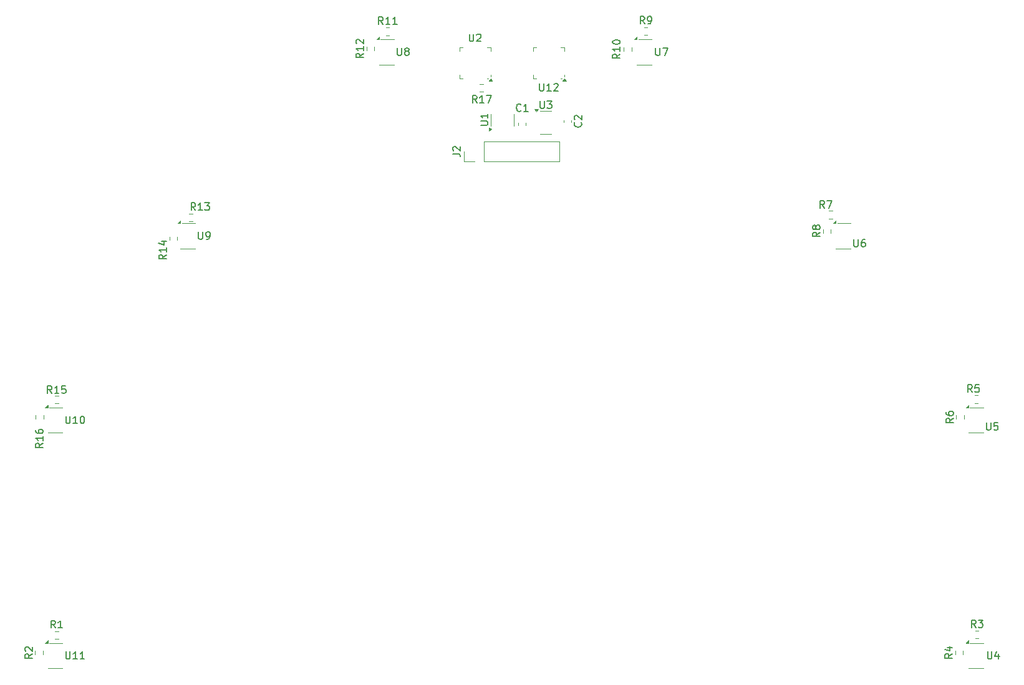
<source format=gbr>
%TF.GenerationSoftware,KiCad,Pcbnew,9.0.1*%
%TF.CreationDate,2025-05-06T09:20:45+02:00*%
%TF.ProjectId,lijnsensor V2 met IO_expander,6c696a6e-7365-46e7-936f-72205632206d,rev?*%
%TF.SameCoordinates,Original*%
%TF.FileFunction,Legend,Top*%
%TF.FilePolarity,Positive*%
%FSLAX46Y46*%
G04 Gerber Fmt 4.6, Leading zero omitted, Abs format (unit mm)*
G04 Created by KiCad (PCBNEW 9.0.1) date 2025-05-06 09:20:45*
%MOMM*%
%LPD*%
G01*
G04 APERTURE LIST*
%ADD10C,0.150000*%
%ADD11C,0.120000*%
G04 APERTURE END LIST*
D10*
X54354819Y-111142857D02*
X53878628Y-111476190D01*
X54354819Y-111714285D02*
X53354819Y-111714285D01*
X53354819Y-111714285D02*
X53354819Y-111333333D01*
X53354819Y-111333333D02*
X53402438Y-111238095D01*
X53402438Y-111238095D02*
X53450057Y-111190476D01*
X53450057Y-111190476D02*
X53545295Y-111142857D01*
X53545295Y-111142857D02*
X53688152Y-111142857D01*
X53688152Y-111142857D02*
X53783390Y-111190476D01*
X53783390Y-111190476D02*
X53831009Y-111238095D01*
X53831009Y-111238095D02*
X53878628Y-111333333D01*
X53878628Y-111333333D02*
X53878628Y-111714285D01*
X54354819Y-110190476D02*
X54354819Y-110761904D01*
X54354819Y-110476190D02*
X53354819Y-110476190D01*
X53354819Y-110476190D02*
X53497676Y-110571428D01*
X53497676Y-110571428D02*
X53592914Y-110666666D01*
X53592914Y-110666666D02*
X53640533Y-110761904D01*
X53354819Y-109333333D02*
X53354819Y-109523809D01*
X53354819Y-109523809D02*
X53402438Y-109619047D01*
X53402438Y-109619047D02*
X53450057Y-109666666D01*
X53450057Y-109666666D02*
X53592914Y-109761904D01*
X53592914Y-109761904D02*
X53783390Y-109809523D01*
X53783390Y-109809523D02*
X54164342Y-109809523D01*
X54164342Y-109809523D02*
X54259580Y-109761904D01*
X54259580Y-109761904D02*
X54307200Y-109714285D01*
X54307200Y-109714285D02*
X54354819Y-109619047D01*
X54354819Y-109619047D02*
X54354819Y-109428571D01*
X54354819Y-109428571D02*
X54307200Y-109333333D01*
X54307200Y-109333333D02*
X54259580Y-109285714D01*
X54259580Y-109285714D02*
X54164342Y-109238095D01*
X54164342Y-109238095D02*
X53926247Y-109238095D01*
X53926247Y-109238095D02*
X53831009Y-109285714D01*
X53831009Y-109285714D02*
X53783390Y-109333333D01*
X53783390Y-109333333D02*
X53735771Y-109428571D01*
X53735771Y-109428571D02*
X53735771Y-109619047D01*
X53735771Y-109619047D02*
X53783390Y-109714285D01*
X53783390Y-109714285D02*
X53831009Y-109761904D01*
X53831009Y-109761904D02*
X53926247Y-109809523D01*
X121761905Y-62284819D02*
X121761905Y-63094342D01*
X121761905Y-63094342D02*
X121809524Y-63189580D01*
X121809524Y-63189580D02*
X121857143Y-63237200D01*
X121857143Y-63237200D02*
X121952381Y-63284819D01*
X121952381Y-63284819D02*
X122142857Y-63284819D01*
X122142857Y-63284819D02*
X122238095Y-63237200D01*
X122238095Y-63237200D02*
X122285714Y-63189580D01*
X122285714Y-63189580D02*
X122333333Y-63094342D01*
X122333333Y-63094342D02*
X122333333Y-62284819D01*
X123333333Y-63284819D02*
X122761905Y-63284819D01*
X123047619Y-63284819D02*
X123047619Y-62284819D01*
X123047619Y-62284819D02*
X122952381Y-62427676D01*
X122952381Y-62427676D02*
X122857143Y-62522914D01*
X122857143Y-62522914D02*
X122761905Y-62570533D01*
X123714286Y-62380057D02*
X123761905Y-62332438D01*
X123761905Y-62332438D02*
X123857143Y-62284819D01*
X123857143Y-62284819D02*
X124095238Y-62284819D01*
X124095238Y-62284819D02*
X124190476Y-62332438D01*
X124190476Y-62332438D02*
X124238095Y-62380057D01*
X124238095Y-62380057D02*
X124285714Y-62475295D01*
X124285714Y-62475295D02*
X124285714Y-62570533D01*
X124285714Y-62570533D02*
X124238095Y-62713390D01*
X124238095Y-62713390D02*
X123666667Y-63284819D01*
X123666667Y-63284819D02*
X124285714Y-63284819D01*
X71079819Y-85537857D02*
X70603628Y-85871190D01*
X71079819Y-86109285D02*
X70079819Y-86109285D01*
X70079819Y-86109285D02*
X70079819Y-85728333D01*
X70079819Y-85728333D02*
X70127438Y-85633095D01*
X70127438Y-85633095D02*
X70175057Y-85585476D01*
X70175057Y-85585476D02*
X70270295Y-85537857D01*
X70270295Y-85537857D02*
X70413152Y-85537857D01*
X70413152Y-85537857D02*
X70508390Y-85585476D01*
X70508390Y-85585476D02*
X70556009Y-85633095D01*
X70556009Y-85633095D02*
X70603628Y-85728333D01*
X70603628Y-85728333D02*
X70603628Y-86109285D01*
X71079819Y-84585476D02*
X71079819Y-85156904D01*
X71079819Y-84871190D02*
X70079819Y-84871190D01*
X70079819Y-84871190D02*
X70222676Y-84966428D01*
X70222676Y-84966428D02*
X70317914Y-85061666D01*
X70317914Y-85061666D02*
X70365533Y-85156904D01*
X70413152Y-83728333D02*
X71079819Y-83728333D01*
X70032200Y-83966428D02*
X70746485Y-84204523D01*
X70746485Y-84204523D02*
X70746485Y-83585476D01*
X182438095Y-108354819D02*
X182438095Y-109164342D01*
X182438095Y-109164342D02*
X182485714Y-109259580D01*
X182485714Y-109259580D02*
X182533333Y-109307200D01*
X182533333Y-109307200D02*
X182628571Y-109354819D01*
X182628571Y-109354819D02*
X182819047Y-109354819D01*
X182819047Y-109354819D02*
X182914285Y-109307200D01*
X182914285Y-109307200D02*
X182961904Y-109259580D01*
X182961904Y-109259580D02*
X183009523Y-109164342D01*
X183009523Y-109164342D02*
X183009523Y-108354819D01*
X183961904Y-108354819D02*
X183485714Y-108354819D01*
X183485714Y-108354819D02*
X183438095Y-108831009D01*
X183438095Y-108831009D02*
X183485714Y-108783390D01*
X183485714Y-108783390D02*
X183580952Y-108735771D01*
X183580952Y-108735771D02*
X183819047Y-108735771D01*
X183819047Y-108735771D02*
X183914285Y-108783390D01*
X183914285Y-108783390D02*
X183961904Y-108831009D01*
X183961904Y-108831009D02*
X184009523Y-108926247D01*
X184009523Y-108926247D02*
X184009523Y-109164342D01*
X184009523Y-109164342D02*
X183961904Y-109259580D01*
X183961904Y-109259580D02*
X183914285Y-109307200D01*
X183914285Y-109307200D02*
X183819047Y-109354819D01*
X183819047Y-109354819D02*
X183580952Y-109354819D01*
X183580952Y-109354819D02*
X183485714Y-109307200D01*
X183485714Y-109307200D02*
X183438095Y-109259580D01*
X182588095Y-139454819D02*
X182588095Y-140264342D01*
X182588095Y-140264342D02*
X182635714Y-140359580D01*
X182635714Y-140359580D02*
X182683333Y-140407200D01*
X182683333Y-140407200D02*
X182778571Y-140454819D01*
X182778571Y-140454819D02*
X182969047Y-140454819D01*
X182969047Y-140454819D02*
X183064285Y-140407200D01*
X183064285Y-140407200D02*
X183111904Y-140359580D01*
X183111904Y-140359580D02*
X183159523Y-140264342D01*
X183159523Y-140264342D02*
X183159523Y-139454819D01*
X184064285Y-139788152D02*
X184064285Y-140454819D01*
X183826190Y-139407200D02*
X183588095Y-140121485D01*
X183588095Y-140121485D02*
X184207142Y-140121485D01*
X75463095Y-82454819D02*
X75463095Y-83264342D01*
X75463095Y-83264342D02*
X75510714Y-83359580D01*
X75510714Y-83359580D02*
X75558333Y-83407200D01*
X75558333Y-83407200D02*
X75653571Y-83454819D01*
X75653571Y-83454819D02*
X75844047Y-83454819D01*
X75844047Y-83454819D02*
X75939285Y-83407200D01*
X75939285Y-83407200D02*
X75986904Y-83359580D01*
X75986904Y-83359580D02*
X76034523Y-83264342D01*
X76034523Y-83264342D02*
X76034523Y-82454819D01*
X76558333Y-83454819D02*
X76748809Y-83454819D01*
X76748809Y-83454819D02*
X76844047Y-83407200D01*
X76844047Y-83407200D02*
X76891666Y-83359580D01*
X76891666Y-83359580D02*
X76986904Y-83216723D01*
X76986904Y-83216723D02*
X77034523Y-83026247D01*
X77034523Y-83026247D02*
X77034523Y-82645295D01*
X77034523Y-82645295D02*
X76986904Y-82550057D01*
X76986904Y-82550057D02*
X76939285Y-82502438D01*
X76939285Y-82502438D02*
X76844047Y-82454819D01*
X76844047Y-82454819D02*
X76653571Y-82454819D01*
X76653571Y-82454819D02*
X76558333Y-82502438D01*
X76558333Y-82502438D02*
X76510714Y-82550057D01*
X76510714Y-82550057D02*
X76463095Y-82645295D01*
X76463095Y-82645295D02*
X76463095Y-82883390D01*
X76463095Y-82883390D02*
X76510714Y-82978628D01*
X76510714Y-82978628D02*
X76558333Y-83026247D01*
X76558333Y-83026247D02*
X76653571Y-83073866D01*
X76653571Y-83073866D02*
X76844047Y-83073866D01*
X76844047Y-83073866D02*
X76939285Y-83026247D01*
X76939285Y-83026247D02*
X76986904Y-82978628D01*
X76986904Y-82978628D02*
X77034523Y-82883390D01*
X164438095Y-83454819D02*
X164438095Y-84264342D01*
X164438095Y-84264342D02*
X164485714Y-84359580D01*
X164485714Y-84359580D02*
X164533333Y-84407200D01*
X164533333Y-84407200D02*
X164628571Y-84454819D01*
X164628571Y-84454819D02*
X164819047Y-84454819D01*
X164819047Y-84454819D02*
X164914285Y-84407200D01*
X164914285Y-84407200D02*
X164961904Y-84359580D01*
X164961904Y-84359580D02*
X165009523Y-84264342D01*
X165009523Y-84264342D02*
X165009523Y-83454819D01*
X165914285Y-83454819D02*
X165723809Y-83454819D01*
X165723809Y-83454819D02*
X165628571Y-83502438D01*
X165628571Y-83502438D02*
X165580952Y-83550057D01*
X165580952Y-83550057D02*
X165485714Y-83692914D01*
X165485714Y-83692914D02*
X165438095Y-83883390D01*
X165438095Y-83883390D02*
X165438095Y-84264342D01*
X165438095Y-84264342D02*
X165485714Y-84359580D01*
X165485714Y-84359580D02*
X165533333Y-84407200D01*
X165533333Y-84407200D02*
X165628571Y-84454819D01*
X165628571Y-84454819D02*
X165819047Y-84454819D01*
X165819047Y-84454819D02*
X165914285Y-84407200D01*
X165914285Y-84407200D02*
X165961904Y-84359580D01*
X165961904Y-84359580D02*
X166009523Y-84264342D01*
X166009523Y-84264342D02*
X166009523Y-84026247D01*
X166009523Y-84026247D02*
X165961904Y-83931009D01*
X165961904Y-83931009D02*
X165914285Y-83883390D01*
X165914285Y-83883390D02*
X165819047Y-83835771D01*
X165819047Y-83835771D02*
X165628571Y-83835771D01*
X165628571Y-83835771D02*
X165533333Y-83883390D01*
X165533333Y-83883390D02*
X165485714Y-83931009D01*
X165485714Y-83931009D02*
X165438095Y-84026247D01*
X137538095Y-57454819D02*
X137538095Y-58264342D01*
X137538095Y-58264342D02*
X137585714Y-58359580D01*
X137585714Y-58359580D02*
X137633333Y-58407200D01*
X137633333Y-58407200D02*
X137728571Y-58454819D01*
X137728571Y-58454819D02*
X137919047Y-58454819D01*
X137919047Y-58454819D02*
X138014285Y-58407200D01*
X138014285Y-58407200D02*
X138061904Y-58359580D01*
X138061904Y-58359580D02*
X138109523Y-58264342D01*
X138109523Y-58264342D02*
X138109523Y-57454819D01*
X138490476Y-57454819D02*
X139157142Y-57454819D01*
X139157142Y-57454819D02*
X138728571Y-58454819D01*
X109994819Y-71833333D02*
X110709104Y-71833333D01*
X110709104Y-71833333D02*
X110851961Y-71880952D01*
X110851961Y-71880952D02*
X110947200Y-71976190D01*
X110947200Y-71976190D02*
X110994819Y-72119047D01*
X110994819Y-72119047D02*
X110994819Y-72214285D01*
X110090057Y-71404761D02*
X110042438Y-71357142D01*
X110042438Y-71357142D02*
X109994819Y-71261904D01*
X109994819Y-71261904D02*
X109994819Y-71023809D01*
X109994819Y-71023809D02*
X110042438Y-70928571D01*
X110042438Y-70928571D02*
X110090057Y-70880952D01*
X110090057Y-70880952D02*
X110185295Y-70833333D01*
X110185295Y-70833333D02*
X110280533Y-70833333D01*
X110280533Y-70833333D02*
X110423390Y-70880952D01*
X110423390Y-70880952D02*
X110994819Y-71452380D01*
X110994819Y-71452380D02*
X110994819Y-70833333D01*
X159834819Y-82496666D02*
X159358628Y-82829999D01*
X159834819Y-83068094D02*
X158834819Y-83068094D01*
X158834819Y-83068094D02*
X158834819Y-82687142D01*
X158834819Y-82687142D02*
X158882438Y-82591904D01*
X158882438Y-82591904D02*
X158930057Y-82544285D01*
X158930057Y-82544285D02*
X159025295Y-82496666D01*
X159025295Y-82496666D02*
X159168152Y-82496666D01*
X159168152Y-82496666D02*
X159263390Y-82544285D01*
X159263390Y-82544285D02*
X159311009Y-82591904D01*
X159311009Y-82591904D02*
X159358628Y-82687142D01*
X159358628Y-82687142D02*
X159358628Y-83068094D01*
X159263390Y-81925237D02*
X159215771Y-82020475D01*
X159215771Y-82020475D02*
X159168152Y-82068094D01*
X159168152Y-82068094D02*
X159072914Y-82115713D01*
X159072914Y-82115713D02*
X159025295Y-82115713D01*
X159025295Y-82115713D02*
X158930057Y-82068094D01*
X158930057Y-82068094D02*
X158882438Y-82020475D01*
X158882438Y-82020475D02*
X158834819Y-81925237D01*
X158834819Y-81925237D02*
X158834819Y-81734761D01*
X158834819Y-81734761D02*
X158882438Y-81639523D01*
X158882438Y-81639523D02*
X158930057Y-81591904D01*
X158930057Y-81591904D02*
X159025295Y-81544285D01*
X159025295Y-81544285D02*
X159072914Y-81544285D01*
X159072914Y-81544285D02*
X159168152Y-81591904D01*
X159168152Y-81591904D02*
X159215771Y-81639523D01*
X159215771Y-81639523D02*
X159263390Y-81734761D01*
X159263390Y-81734761D02*
X159263390Y-81925237D01*
X159263390Y-81925237D02*
X159311009Y-82020475D01*
X159311009Y-82020475D02*
X159358628Y-82068094D01*
X159358628Y-82068094D02*
X159453866Y-82115713D01*
X159453866Y-82115713D02*
X159644342Y-82115713D01*
X159644342Y-82115713D02*
X159739580Y-82068094D01*
X159739580Y-82068094D02*
X159787200Y-82020475D01*
X159787200Y-82020475D02*
X159834819Y-81925237D01*
X159834819Y-81925237D02*
X159834819Y-81734761D01*
X159834819Y-81734761D02*
X159787200Y-81639523D01*
X159787200Y-81639523D02*
X159739580Y-81591904D01*
X159739580Y-81591904D02*
X159644342Y-81544285D01*
X159644342Y-81544285D02*
X159453866Y-81544285D01*
X159453866Y-81544285D02*
X159358628Y-81591904D01*
X159358628Y-81591904D02*
X159311009Y-81639523D01*
X159311009Y-81639523D02*
X159263390Y-81734761D01*
X127389580Y-67566666D02*
X127437200Y-67614285D01*
X127437200Y-67614285D02*
X127484819Y-67757142D01*
X127484819Y-67757142D02*
X127484819Y-67852380D01*
X127484819Y-67852380D02*
X127437200Y-67995237D01*
X127437200Y-67995237D02*
X127341961Y-68090475D01*
X127341961Y-68090475D02*
X127246723Y-68138094D01*
X127246723Y-68138094D02*
X127056247Y-68185713D01*
X127056247Y-68185713D02*
X126913390Y-68185713D01*
X126913390Y-68185713D02*
X126722914Y-68138094D01*
X126722914Y-68138094D02*
X126627676Y-68090475D01*
X126627676Y-68090475D02*
X126532438Y-67995237D01*
X126532438Y-67995237D02*
X126484819Y-67852380D01*
X126484819Y-67852380D02*
X126484819Y-67757142D01*
X126484819Y-67757142D02*
X126532438Y-67614285D01*
X126532438Y-67614285D02*
X126580057Y-67566666D01*
X126580057Y-67185713D02*
X126532438Y-67138094D01*
X126532438Y-67138094D02*
X126484819Y-67042856D01*
X126484819Y-67042856D02*
X126484819Y-66804761D01*
X126484819Y-66804761D02*
X126532438Y-66709523D01*
X126532438Y-66709523D02*
X126580057Y-66661904D01*
X126580057Y-66661904D02*
X126675295Y-66614285D01*
X126675295Y-66614285D02*
X126770533Y-66614285D01*
X126770533Y-66614285D02*
X126913390Y-66661904D01*
X126913390Y-66661904D02*
X127484819Y-67233332D01*
X127484819Y-67233332D02*
X127484819Y-66614285D01*
X57461905Y-107454819D02*
X57461905Y-108264342D01*
X57461905Y-108264342D02*
X57509524Y-108359580D01*
X57509524Y-108359580D02*
X57557143Y-108407200D01*
X57557143Y-108407200D02*
X57652381Y-108454819D01*
X57652381Y-108454819D02*
X57842857Y-108454819D01*
X57842857Y-108454819D02*
X57938095Y-108407200D01*
X57938095Y-108407200D02*
X57985714Y-108359580D01*
X57985714Y-108359580D02*
X58033333Y-108264342D01*
X58033333Y-108264342D02*
X58033333Y-107454819D01*
X59033333Y-108454819D02*
X58461905Y-108454819D01*
X58747619Y-108454819D02*
X58747619Y-107454819D01*
X58747619Y-107454819D02*
X58652381Y-107597676D01*
X58652381Y-107597676D02*
X58557143Y-107692914D01*
X58557143Y-107692914D02*
X58461905Y-107740533D01*
X59652381Y-107454819D02*
X59747619Y-107454819D01*
X59747619Y-107454819D02*
X59842857Y-107502438D01*
X59842857Y-107502438D02*
X59890476Y-107550057D01*
X59890476Y-107550057D02*
X59938095Y-107645295D01*
X59938095Y-107645295D02*
X59985714Y-107835771D01*
X59985714Y-107835771D02*
X59985714Y-108073866D01*
X59985714Y-108073866D02*
X59938095Y-108264342D01*
X59938095Y-108264342D02*
X59890476Y-108359580D01*
X59890476Y-108359580D02*
X59842857Y-108407200D01*
X59842857Y-108407200D02*
X59747619Y-108454819D01*
X59747619Y-108454819D02*
X59652381Y-108454819D01*
X59652381Y-108454819D02*
X59557143Y-108407200D01*
X59557143Y-108407200D02*
X59509524Y-108359580D01*
X59509524Y-108359580D02*
X59461905Y-108264342D01*
X59461905Y-108264342D02*
X59414286Y-108073866D01*
X59414286Y-108073866D02*
X59414286Y-107835771D01*
X59414286Y-107835771D02*
X59461905Y-107645295D01*
X59461905Y-107645295D02*
X59509524Y-107550057D01*
X59509524Y-107550057D02*
X59557143Y-107502438D01*
X59557143Y-107502438D02*
X59652381Y-107454819D01*
X52901819Y-139766666D02*
X52425628Y-140099999D01*
X52901819Y-140338094D02*
X51901819Y-140338094D01*
X51901819Y-140338094D02*
X51901819Y-139957142D01*
X51901819Y-139957142D02*
X51949438Y-139861904D01*
X51949438Y-139861904D02*
X51997057Y-139814285D01*
X51997057Y-139814285D02*
X52092295Y-139766666D01*
X52092295Y-139766666D02*
X52235152Y-139766666D01*
X52235152Y-139766666D02*
X52330390Y-139814285D01*
X52330390Y-139814285D02*
X52378009Y-139861904D01*
X52378009Y-139861904D02*
X52425628Y-139957142D01*
X52425628Y-139957142D02*
X52425628Y-140338094D01*
X51997057Y-139385713D02*
X51949438Y-139338094D01*
X51949438Y-139338094D02*
X51901819Y-139242856D01*
X51901819Y-139242856D02*
X51901819Y-139004761D01*
X51901819Y-139004761D02*
X51949438Y-138909523D01*
X51949438Y-138909523D02*
X51997057Y-138861904D01*
X51997057Y-138861904D02*
X52092295Y-138814285D01*
X52092295Y-138814285D02*
X52187533Y-138814285D01*
X52187533Y-138814285D02*
X52330390Y-138861904D01*
X52330390Y-138861904D02*
X52901819Y-139433332D01*
X52901819Y-139433332D02*
X52901819Y-138814285D01*
X121838095Y-64654819D02*
X121838095Y-65464342D01*
X121838095Y-65464342D02*
X121885714Y-65559580D01*
X121885714Y-65559580D02*
X121933333Y-65607200D01*
X121933333Y-65607200D02*
X122028571Y-65654819D01*
X122028571Y-65654819D02*
X122219047Y-65654819D01*
X122219047Y-65654819D02*
X122314285Y-65607200D01*
X122314285Y-65607200D02*
X122361904Y-65559580D01*
X122361904Y-65559580D02*
X122409523Y-65464342D01*
X122409523Y-65464342D02*
X122409523Y-64654819D01*
X122790476Y-64654819D02*
X123409523Y-64654819D01*
X123409523Y-64654819D02*
X123076190Y-65035771D01*
X123076190Y-65035771D02*
X123219047Y-65035771D01*
X123219047Y-65035771D02*
X123314285Y-65083390D01*
X123314285Y-65083390D02*
X123361904Y-65131009D01*
X123361904Y-65131009D02*
X123409523Y-65226247D01*
X123409523Y-65226247D02*
X123409523Y-65464342D01*
X123409523Y-65464342D02*
X123361904Y-65559580D01*
X123361904Y-65559580D02*
X123314285Y-65607200D01*
X123314285Y-65607200D02*
X123219047Y-65654819D01*
X123219047Y-65654819D02*
X122933333Y-65654819D01*
X122933333Y-65654819D02*
X122838095Y-65607200D01*
X122838095Y-65607200D02*
X122790476Y-65559580D01*
X55557142Y-104354819D02*
X55223809Y-103878628D01*
X54985714Y-104354819D02*
X54985714Y-103354819D01*
X54985714Y-103354819D02*
X55366666Y-103354819D01*
X55366666Y-103354819D02*
X55461904Y-103402438D01*
X55461904Y-103402438D02*
X55509523Y-103450057D01*
X55509523Y-103450057D02*
X55557142Y-103545295D01*
X55557142Y-103545295D02*
X55557142Y-103688152D01*
X55557142Y-103688152D02*
X55509523Y-103783390D01*
X55509523Y-103783390D02*
X55461904Y-103831009D01*
X55461904Y-103831009D02*
X55366666Y-103878628D01*
X55366666Y-103878628D02*
X54985714Y-103878628D01*
X56509523Y-104354819D02*
X55938095Y-104354819D01*
X56223809Y-104354819D02*
X56223809Y-103354819D01*
X56223809Y-103354819D02*
X56128571Y-103497676D01*
X56128571Y-103497676D02*
X56033333Y-103592914D01*
X56033333Y-103592914D02*
X55938095Y-103640533D01*
X57414285Y-103354819D02*
X56938095Y-103354819D01*
X56938095Y-103354819D02*
X56890476Y-103831009D01*
X56890476Y-103831009D02*
X56938095Y-103783390D01*
X56938095Y-103783390D02*
X57033333Y-103735771D01*
X57033333Y-103735771D02*
X57271428Y-103735771D01*
X57271428Y-103735771D02*
X57366666Y-103783390D01*
X57366666Y-103783390D02*
X57414285Y-103831009D01*
X57414285Y-103831009D02*
X57461904Y-103926247D01*
X57461904Y-103926247D02*
X57461904Y-104164342D01*
X57461904Y-104164342D02*
X57414285Y-104259580D01*
X57414285Y-104259580D02*
X57366666Y-104307200D01*
X57366666Y-104307200D02*
X57271428Y-104354819D01*
X57271428Y-104354819D02*
X57033333Y-104354819D01*
X57033333Y-104354819D02*
X56938095Y-104307200D01*
X56938095Y-104307200D02*
X56890476Y-104259580D01*
X56033333Y-136224819D02*
X55700000Y-135748628D01*
X55461905Y-136224819D02*
X55461905Y-135224819D01*
X55461905Y-135224819D02*
X55842857Y-135224819D01*
X55842857Y-135224819D02*
X55938095Y-135272438D01*
X55938095Y-135272438D02*
X55985714Y-135320057D01*
X55985714Y-135320057D02*
X56033333Y-135415295D01*
X56033333Y-135415295D02*
X56033333Y-135558152D01*
X56033333Y-135558152D02*
X55985714Y-135653390D01*
X55985714Y-135653390D02*
X55938095Y-135701009D01*
X55938095Y-135701009D02*
X55842857Y-135748628D01*
X55842857Y-135748628D02*
X55461905Y-135748628D01*
X56985714Y-136224819D02*
X56414286Y-136224819D01*
X56700000Y-136224819D02*
X56700000Y-135224819D01*
X56700000Y-135224819D02*
X56604762Y-135367676D01*
X56604762Y-135367676D02*
X56509524Y-135462914D01*
X56509524Y-135462914D02*
X56414286Y-135510533D01*
X75037142Y-79494819D02*
X74703809Y-79018628D01*
X74465714Y-79494819D02*
X74465714Y-78494819D01*
X74465714Y-78494819D02*
X74846666Y-78494819D01*
X74846666Y-78494819D02*
X74941904Y-78542438D01*
X74941904Y-78542438D02*
X74989523Y-78590057D01*
X74989523Y-78590057D02*
X75037142Y-78685295D01*
X75037142Y-78685295D02*
X75037142Y-78828152D01*
X75037142Y-78828152D02*
X74989523Y-78923390D01*
X74989523Y-78923390D02*
X74941904Y-78971009D01*
X74941904Y-78971009D02*
X74846666Y-79018628D01*
X74846666Y-79018628D02*
X74465714Y-79018628D01*
X75989523Y-79494819D02*
X75418095Y-79494819D01*
X75703809Y-79494819D02*
X75703809Y-78494819D01*
X75703809Y-78494819D02*
X75608571Y-78637676D01*
X75608571Y-78637676D02*
X75513333Y-78732914D01*
X75513333Y-78732914D02*
X75418095Y-78780533D01*
X76322857Y-78494819D02*
X76941904Y-78494819D01*
X76941904Y-78494819D02*
X76608571Y-78875771D01*
X76608571Y-78875771D02*
X76751428Y-78875771D01*
X76751428Y-78875771D02*
X76846666Y-78923390D01*
X76846666Y-78923390D02*
X76894285Y-78971009D01*
X76894285Y-78971009D02*
X76941904Y-79066247D01*
X76941904Y-79066247D02*
X76941904Y-79304342D01*
X76941904Y-79304342D02*
X76894285Y-79399580D01*
X76894285Y-79399580D02*
X76846666Y-79447200D01*
X76846666Y-79447200D02*
X76751428Y-79494819D01*
X76751428Y-79494819D02*
X76465714Y-79494819D01*
X76465714Y-79494819D02*
X76370476Y-79447200D01*
X76370476Y-79447200D02*
X76322857Y-79399580D01*
X113754819Y-67961904D02*
X114564342Y-67961904D01*
X114564342Y-67961904D02*
X114659580Y-67914285D01*
X114659580Y-67914285D02*
X114707200Y-67866666D01*
X114707200Y-67866666D02*
X114754819Y-67771428D01*
X114754819Y-67771428D02*
X114754819Y-67580952D01*
X114754819Y-67580952D02*
X114707200Y-67485714D01*
X114707200Y-67485714D02*
X114659580Y-67438095D01*
X114659580Y-67438095D02*
X114564342Y-67390476D01*
X114564342Y-67390476D02*
X113754819Y-67390476D01*
X114754819Y-66390476D02*
X114754819Y-66961904D01*
X114754819Y-66676190D02*
X113754819Y-66676190D01*
X113754819Y-66676190D02*
X113897676Y-66771428D01*
X113897676Y-66771428D02*
X113992914Y-66866666D01*
X113992914Y-66866666D02*
X114040533Y-66961904D01*
X136020333Y-54174819D02*
X135687000Y-53698628D01*
X135448905Y-54174819D02*
X135448905Y-53174819D01*
X135448905Y-53174819D02*
X135829857Y-53174819D01*
X135829857Y-53174819D02*
X135925095Y-53222438D01*
X135925095Y-53222438D02*
X135972714Y-53270057D01*
X135972714Y-53270057D02*
X136020333Y-53365295D01*
X136020333Y-53365295D02*
X136020333Y-53508152D01*
X136020333Y-53508152D02*
X135972714Y-53603390D01*
X135972714Y-53603390D02*
X135925095Y-53651009D01*
X135925095Y-53651009D02*
X135829857Y-53698628D01*
X135829857Y-53698628D02*
X135448905Y-53698628D01*
X136496524Y-54174819D02*
X136687000Y-54174819D01*
X136687000Y-54174819D02*
X136782238Y-54127200D01*
X136782238Y-54127200D02*
X136829857Y-54079580D01*
X136829857Y-54079580D02*
X136925095Y-53936723D01*
X136925095Y-53936723D02*
X136972714Y-53746247D01*
X136972714Y-53746247D02*
X136972714Y-53365295D01*
X136972714Y-53365295D02*
X136925095Y-53270057D01*
X136925095Y-53270057D02*
X136877476Y-53222438D01*
X136877476Y-53222438D02*
X136782238Y-53174819D01*
X136782238Y-53174819D02*
X136591762Y-53174819D01*
X136591762Y-53174819D02*
X136496524Y-53222438D01*
X136496524Y-53222438D02*
X136448905Y-53270057D01*
X136448905Y-53270057D02*
X136401286Y-53365295D01*
X136401286Y-53365295D02*
X136401286Y-53603390D01*
X136401286Y-53603390D02*
X136448905Y-53698628D01*
X136448905Y-53698628D02*
X136496524Y-53746247D01*
X136496524Y-53746247D02*
X136591762Y-53793866D01*
X136591762Y-53793866D02*
X136782238Y-53793866D01*
X136782238Y-53793866D02*
X136877476Y-53746247D01*
X136877476Y-53746247D02*
X136925095Y-53698628D01*
X136925095Y-53698628D02*
X136972714Y-53603390D01*
X113257142Y-64914819D02*
X112923809Y-64438628D01*
X112685714Y-64914819D02*
X112685714Y-63914819D01*
X112685714Y-63914819D02*
X113066666Y-63914819D01*
X113066666Y-63914819D02*
X113161904Y-63962438D01*
X113161904Y-63962438D02*
X113209523Y-64010057D01*
X113209523Y-64010057D02*
X113257142Y-64105295D01*
X113257142Y-64105295D02*
X113257142Y-64248152D01*
X113257142Y-64248152D02*
X113209523Y-64343390D01*
X113209523Y-64343390D02*
X113161904Y-64391009D01*
X113161904Y-64391009D02*
X113066666Y-64438628D01*
X113066666Y-64438628D02*
X112685714Y-64438628D01*
X114209523Y-64914819D02*
X113638095Y-64914819D01*
X113923809Y-64914819D02*
X113923809Y-63914819D01*
X113923809Y-63914819D02*
X113828571Y-64057676D01*
X113828571Y-64057676D02*
X113733333Y-64152914D01*
X113733333Y-64152914D02*
X113638095Y-64200533D01*
X114542857Y-63914819D02*
X115209523Y-63914819D01*
X115209523Y-63914819D02*
X114780952Y-64914819D01*
X119233333Y-65959580D02*
X119185714Y-66007200D01*
X119185714Y-66007200D02*
X119042857Y-66054819D01*
X119042857Y-66054819D02*
X118947619Y-66054819D01*
X118947619Y-66054819D02*
X118804762Y-66007200D01*
X118804762Y-66007200D02*
X118709524Y-65911961D01*
X118709524Y-65911961D02*
X118661905Y-65816723D01*
X118661905Y-65816723D02*
X118614286Y-65626247D01*
X118614286Y-65626247D02*
X118614286Y-65483390D01*
X118614286Y-65483390D02*
X118661905Y-65292914D01*
X118661905Y-65292914D02*
X118709524Y-65197676D01*
X118709524Y-65197676D02*
X118804762Y-65102438D01*
X118804762Y-65102438D02*
X118947619Y-65054819D01*
X118947619Y-65054819D02*
X119042857Y-65054819D01*
X119042857Y-65054819D02*
X119185714Y-65102438D01*
X119185714Y-65102438D02*
X119233333Y-65150057D01*
X120185714Y-66054819D02*
X119614286Y-66054819D01*
X119900000Y-66054819D02*
X119900000Y-65054819D01*
X119900000Y-65054819D02*
X119804762Y-65197676D01*
X119804762Y-65197676D02*
X119709524Y-65292914D01*
X119709524Y-65292914D02*
X119614286Y-65340533D01*
X112238095Y-55554819D02*
X112238095Y-56364342D01*
X112238095Y-56364342D02*
X112285714Y-56459580D01*
X112285714Y-56459580D02*
X112333333Y-56507200D01*
X112333333Y-56507200D02*
X112428571Y-56554819D01*
X112428571Y-56554819D02*
X112619047Y-56554819D01*
X112619047Y-56554819D02*
X112714285Y-56507200D01*
X112714285Y-56507200D02*
X112761904Y-56459580D01*
X112761904Y-56459580D02*
X112809523Y-56364342D01*
X112809523Y-56364342D02*
X112809523Y-55554819D01*
X113238095Y-55650057D02*
X113285714Y-55602438D01*
X113285714Y-55602438D02*
X113380952Y-55554819D01*
X113380952Y-55554819D02*
X113619047Y-55554819D01*
X113619047Y-55554819D02*
X113714285Y-55602438D01*
X113714285Y-55602438D02*
X113761904Y-55650057D01*
X113761904Y-55650057D02*
X113809523Y-55745295D01*
X113809523Y-55745295D02*
X113809523Y-55840533D01*
X113809523Y-55840533D02*
X113761904Y-55983390D01*
X113761904Y-55983390D02*
X113190476Y-56554819D01*
X113190476Y-56554819D02*
X113809523Y-56554819D01*
X177792819Y-139741666D02*
X177316628Y-140074999D01*
X177792819Y-140313094D02*
X176792819Y-140313094D01*
X176792819Y-140313094D02*
X176792819Y-139932142D01*
X176792819Y-139932142D02*
X176840438Y-139836904D01*
X176840438Y-139836904D02*
X176888057Y-139789285D01*
X176888057Y-139789285D02*
X176983295Y-139741666D01*
X176983295Y-139741666D02*
X177126152Y-139741666D01*
X177126152Y-139741666D02*
X177221390Y-139789285D01*
X177221390Y-139789285D02*
X177269009Y-139836904D01*
X177269009Y-139836904D02*
X177316628Y-139932142D01*
X177316628Y-139932142D02*
X177316628Y-140313094D01*
X177126152Y-138884523D02*
X177792819Y-138884523D01*
X176745200Y-139122618D02*
X177459485Y-139360713D01*
X177459485Y-139360713D02*
X177459485Y-138741666D01*
X102463095Y-57454819D02*
X102463095Y-58264342D01*
X102463095Y-58264342D02*
X102510714Y-58359580D01*
X102510714Y-58359580D02*
X102558333Y-58407200D01*
X102558333Y-58407200D02*
X102653571Y-58454819D01*
X102653571Y-58454819D02*
X102844047Y-58454819D01*
X102844047Y-58454819D02*
X102939285Y-58407200D01*
X102939285Y-58407200D02*
X102986904Y-58359580D01*
X102986904Y-58359580D02*
X103034523Y-58264342D01*
X103034523Y-58264342D02*
X103034523Y-57454819D01*
X103653571Y-57883390D02*
X103558333Y-57835771D01*
X103558333Y-57835771D02*
X103510714Y-57788152D01*
X103510714Y-57788152D02*
X103463095Y-57692914D01*
X103463095Y-57692914D02*
X103463095Y-57645295D01*
X103463095Y-57645295D02*
X103510714Y-57550057D01*
X103510714Y-57550057D02*
X103558333Y-57502438D01*
X103558333Y-57502438D02*
X103653571Y-57454819D01*
X103653571Y-57454819D02*
X103844047Y-57454819D01*
X103844047Y-57454819D02*
X103939285Y-57502438D01*
X103939285Y-57502438D02*
X103986904Y-57550057D01*
X103986904Y-57550057D02*
X104034523Y-57645295D01*
X104034523Y-57645295D02*
X104034523Y-57692914D01*
X104034523Y-57692914D02*
X103986904Y-57788152D01*
X103986904Y-57788152D02*
X103939285Y-57835771D01*
X103939285Y-57835771D02*
X103844047Y-57883390D01*
X103844047Y-57883390D02*
X103653571Y-57883390D01*
X103653571Y-57883390D02*
X103558333Y-57931009D01*
X103558333Y-57931009D02*
X103510714Y-57978628D01*
X103510714Y-57978628D02*
X103463095Y-58073866D01*
X103463095Y-58073866D02*
X103463095Y-58264342D01*
X103463095Y-58264342D02*
X103510714Y-58359580D01*
X103510714Y-58359580D02*
X103558333Y-58407200D01*
X103558333Y-58407200D02*
X103653571Y-58454819D01*
X103653571Y-58454819D02*
X103844047Y-58454819D01*
X103844047Y-58454819D02*
X103939285Y-58407200D01*
X103939285Y-58407200D02*
X103986904Y-58359580D01*
X103986904Y-58359580D02*
X104034523Y-58264342D01*
X104034523Y-58264342D02*
X104034523Y-58073866D01*
X104034523Y-58073866D02*
X103986904Y-57978628D01*
X103986904Y-57978628D02*
X103939285Y-57931009D01*
X103939285Y-57931009D02*
X103844047Y-57883390D01*
X57461905Y-139454819D02*
X57461905Y-140264342D01*
X57461905Y-140264342D02*
X57509524Y-140359580D01*
X57509524Y-140359580D02*
X57557143Y-140407200D01*
X57557143Y-140407200D02*
X57652381Y-140454819D01*
X57652381Y-140454819D02*
X57842857Y-140454819D01*
X57842857Y-140454819D02*
X57938095Y-140407200D01*
X57938095Y-140407200D02*
X57985714Y-140359580D01*
X57985714Y-140359580D02*
X58033333Y-140264342D01*
X58033333Y-140264342D02*
X58033333Y-139454819D01*
X59033333Y-140454819D02*
X58461905Y-140454819D01*
X58747619Y-140454819D02*
X58747619Y-139454819D01*
X58747619Y-139454819D02*
X58652381Y-139597676D01*
X58652381Y-139597676D02*
X58557143Y-139692914D01*
X58557143Y-139692914D02*
X58461905Y-139740533D01*
X59985714Y-140454819D02*
X59414286Y-140454819D01*
X59700000Y-140454819D02*
X59700000Y-139454819D01*
X59700000Y-139454819D02*
X59604762Y-139597676D01*
X59604762Y-139597676D02*
X59509524Y-139692914D01*
X59509524Y-139692914D02*
X59414286Y-139740533D01*
X132691819Y-58267857D02*
X132215628Y-58601190D01*
X132691819Y-58839285D02*
X131691819Y-58839285D01*
X131691819Y-58839285D02*
X131691819Y-58458333D01*
X131691819Y-58458333D02*
X131739438Y-58363095D01*
X131739438Y-58363095D02*
X131787057Y-58315476D01*
X131787057Y-58315476D02*
X131882295Y-58267857D01*
X131882295Y-58267857D02*
X132025152Y-58267857D01*
X132025152Y-58267857D02*
X132120390Y-58315476D01*
X132120390Y-58315476D02*
X132168009Y-58363095D01*
X132168009Y-58363095D02*
X132215628Y-58458333D01*
X132215628Y-58458333D02*
X132215628Y-58839285D01*
X132691819Y-57315476D02*
X132691819Y-57886904D01*
X132691819Y-57601190D02*
X131691819Y-57601190D01*
X131691819Y-57601190D02*
X131834676Y-57696428D01*
X131834676Y-57696428D02*
X131929914Y-57791666D01*
X131929914Y-57791666D02*
X131977533Y-57886904D01*
X131691819Y-56696428D02*
X131691819Y-56601190D01*
X131691819Y-56601190D02*
X131739438Y-56505952D01*
X131739438Y-56505952D02*
X131787057Y-56458333D01*
X131787057Y-56458333D02*
X131882295Y-56410714D01*
X131882295Y-56410714D02*
X132072771Y-56363095D01*
X132072771Y-56363095D02*
X132310866Y-56363095D01*
X132310866Y-56363095D02*
X132501342Y-56410714D01*
X132501342Y-56410714D02*
X132596580Y-56458333D01*
X132596580Y-56458333D02*
X132644200Y-56505952D01*
X132644200Y-56505952D02*
X132691819Y-56601190D01*
X132691819Y-56601190D02*
X132691819Y-56696428D01*
X132691819Y-56696428D02*
X132644200Y-56791666D01*
X132644200Y-56791666D02*
X132596580Y-56839285D01*
X132596580Y-56839285D02*
X132501342Y-56886904D01*
X132501342Y-56886904D02*
X132310866Y-56934523D01*
X132310866Y-56934523D02*
X132072771Y-56934523D01*
X132072771Y-56934523D02*
X131882295Y-56886904D01*
X131882295Y-56886904D02*
X131787057Y-56839285D01*
X131787057Y-56839285D02*
X131739438Y-56791666D01*
X131739438Y-56791666D02*
X131691819Y-56696428D01*
X160443333Y-79204819D02*
X160110000Y-78728628D01*
X159871905Y-79204819D02*
X159871905Y-78204819D01*
X159871905Y-78204819D02*
X160252857Y-78204819D01*
X160252857Y-78204819D02*
X160348095Y-78252438D01*
X160348095Y-78252438D02*
X160395714Y-78300057D01*
X160395714Y-78300057D02*
X160443333Y-78395295D01*
X160443333Y-78395295D02*
X160443333Y-78538152D01*
X160443333Y-78538152D02*
X160395714Y-78633390D01*
X160395714Y-78633390D02*
X160348095Y-78681009D01*
X160348095Y-78681009D02*
X160252857Y-78728628D01*
X160252857Y-78728628D02*
X159871905Y-78728628D01*
X160776667Y-78204819D02*
X161443333Y-78204819D01*
X161443333Y-78204819D02*
X161014762Y-79204819D01*
X100507142Y-54224819D02*
X100173809Y-53748628D01*
X99935714Y-54224819D02*
X99935714Y-53224819D01*
X99935714Y-53224819D02*
X100316666Y-53224819D01*
X100316666Y-53224819D02*
X100411904Y-53272438D01*
X100411904Y-53272438D02*
X100459523Y-53320057D01*
X100459523Y-53320057D02*
X100507142Y-53415295D01*
X100507142Y-53415295D02*
X100507142Y-53558152D01*
X100507142Y-53558152D02*
X100459523Y-53653390D01*
X100459523Y-53653390D02*
X100411904Y-53701009D01*
X100411904Y-53701009D02*
X100316666Y-53748628D01*
X100316666Y-53748628D02*
X99935714Y-53748628D01*
X101459523Y-54224819D02*
X100888095Y-54224819D01*
X101173809Y-54224819D02*
X101173809Y-53224819D01*
X101173809Y-53224819D02*
X101078571Y-53367676D01*
X101078571Y-53367676D02*
X100983333Y-53462914D01*
X100983333Y-53462914D02*
X100888095Y-53510533D01*
X102411904Y-54224819D02*
X101840476Y-54224819D01*
X102126190Y-54224819D02*
X102126190Y-53224819D01*
X102126190Y-53224819D02*
X102030952Y-53367676D01*
X102030952Y-53367676D02*
X101935714Y-53462914D01*
X101935714Y-53462914D02*
X101840476Y-53510533D01*
X180508333Y-104204819D02*
X180175000Y-103728628D01*
X179936905Y-104204819D02*
X179936905Y-103204819D01*
X179936905Y-103204819D02*
X180317857Y-103204819D01*
X180317857Y-103204819D02*
X180413095Y-103252438D01*
X180413095Y-103252438D02*
X180460714Y-103300057D01*
X180460714Y-103300057D02*
X180508333Y-103395295D01*
X180508333Y-103395295D02*
X180508333Y-103538152D01*
X180508333Y-103538152D02*
X180460714Y-103633390D01*
X180460714Y-103633390D02*
X180413095Y-103681009D01*
X180413095Y-103681009D02*
X180317857Y-103728628D01*
X180317857Y-103728628D02*
X179936905Y-103728628D01*
X181413095Y-103204819D02*
X180936905Y-103204819D01*
X180936905Y-103204819D02*
X180889286Y-103681009D01*
X180889286Y-103681009D02*
X180936905Y-103633390D01*
X180936905Y-103633390D02*
X181032143Y-103585771D01*
X181032143Y-103585771D02*
X181270238Y-103585771D01*
X181270238Y-103585771D02*
X181365476Y-103633390D01*
X181365476Y-103633390D02*
X181413095Y-103681009D01*
X181413095Y-103681009D02*
X181460714Y-103776247D01*
X181460714Y-103776247D02*
X181460714Y-104014342D01*
X181460714Y-104014342D02*
X181413095Y-104109580D01*
X181413095Y-104109580D02*
X181365476Y-104157200D01*
X181365476Y-104157200D02*
X181270238Y-104204819D01*
X181270238Y-104204819D02*
X181032143Y-104204819D01*
X181032143Y-104204819D02*
X180936905Y-104157200D01*
X180936905Y-104157200D02*
X180889286Y-104109580D01*
X177939319Y-107754166D02*
X177463128Y-108087499D01*
X177939319Y-108325594D02*
X176939319Y-108325594D01*
X176939319Y-108325594D02*
X176939319Y-107944642D01*
X176939319Y-107944642D02*
X176986938Y-107849404D01*
X176986938Y-107849404D02*
X177034557Y-107801785D01*
X177034557Y-107801785D02*
X177129795Y-107754166D01*
X177129795Y-107754166D02*
X177272652Y-107754166D01*
X177272652Y-107754166D02*
X177367890Y-107801785D01*
X177367890Y-107801785D02*
X177415509Y-107849404D01*
X177415509Y-107849404D02*
X177463128Y-107944642D01*
X177463128Y-107944642D02*
X177463128Y-108325594D01*
X176939319Y-106897023D02*
X176939319Y-107087499D01*
X176939319Y-107087499D02*
X176986938Y-107182737D01*
X176986938Y-107182737D02*
X177034557Y-107230356D01*
X177034557Y-107230356D02*
X177177414Y-107325594D01*
X177177414Y-107325594D02*
X177367890Y-107373213D01*
X177367890Y-107373213D02*
X177748842Y-107373213D01*
X177748842Y-107373213D02*
X177844080Y-107325594D01*
X177844080Y-107325594D02*
X177891700Y-107277975D01*
X177891700Y-107277975D02*
X177939319Y-107182737D01*
X177939319Y-107182737D02*
X177939319Y-106992261D01*
X177939319Y-106992261D02*
X177891700Y-106897023D01*
X177891700Y-106897023D02*
X177844080Y-106849404D01*
X177844080Y-106849404D02*
X177748842Y-106801785D01*
X177748842Y-106801785D02*
X177510747Y-106801785D01*
X177510747Y-106801785D02*
X177415509Y-106849404D01*
X177415509Y-106849404D02*
X177367890Y-106897023D01*
X177367890Y-106897023D02*
X177320271Y-106992261D01*
X177320271Y-106992261D02*
X177320271Y-107182737D01*
X177320271Y-107182737D02*
X177367890Y-107277975D01*
X177367890Y-107277975D02*
X177415509Y-107325594D01*
X177415509Y-107325594D02*
X177510747Y-107373213D01*
X180983333Y-136174819D02*
X180650000Y-135698628D01*
X180411905Y-136174819D02*
X180411905Y-135174819D01*
X180411905Y-135174819D02*
X180792857Y-135174819D01*
X180792857Y-135174819D02*
X180888095Y-135222438D01*
X180888095Y-135222438D02*
X180935714Y-135270057D01*
X180935714Y-135270057D02*
X180983333Y-135365295D01*
X180983333Y-135365295D02*
X180983333Y-135508152D01*
X180983333Y-135508152D02*
X180935714Y-135603390D01*
X180935714Y-135603390D02*
X180888095Y-135651009D01*
X180888095Y-135651009D02*
X180792857Y-135698628D01*
X180792857Y-135698628D02*
X180411905Y-135698628D01*
X181316667Y-135174819D02*
X181935714Y-135174819D01*
X181935714Y-135174819D02*
X181602381Y-135555771D01*
X181602381Y-135555771D02*
X181745238Y-135555771D01*
X181745238Y-135555771D02*
X181840476Y-135603390D01*
X181840476Y-135603390D02*
X181888095Y-135651009D01*
X181888095Y-135651009D02*
X181935714Y-135746247D01*
X181935714Y-135746247D02*
X181935714Y-135984342D01*
X181935714Y-135984342D02*
X181888095Y-136079580D01*
X181888095Y-136079580D02*
X181840476Y-136127200D01*
X181840476Y-136127200D02*
X181745238Y-136174819D01*
X181745238Y-136174819D02*
X181459524Y-136174819D01*
X181459524Y-136174819D02*
X181364286Y-136127200D01*
X181364286Y-136127200D02*
X181316667Y-136079580D01*
X97842819Y-58192857D02*
X97366628Y-58526190D01*
X97842819Y-58764285D02*
X96842819Y-58764285D01*
X96842819Y-58764285D02*
X96842819Y-58383333D01*
X96842819Y-58383333D02*
X96890438Y-58288095D01*
X96890438Y-58288095D02*
X96938057Y-58240476D01*
X96938057Y-58240476D02*
X97033295Y-58192857D01*
X97033295Y-58192857D02*
X97176152Y-58192857D01*
X97176152Y-58192857D02*
X97271390Y-58240476D01*
X97271390Y-58240476D02*
X97319009Y-58288095D01*
X97319009Y-58288095D02*
X97366628Y-58383333D01*
X97366628Y-58383333D02*
X97366628Y-58764285D01*
X97842819Y-57240476D02*
X97842819Y-57811904D01*
X97842819Y-57526190D02*
X96842819Y-57526190D01*
X96842819Y-57526190D02*
X96985676Y-57621428D01*
X96985676Y-57621428D02*
X97080914Y-57716666D01*
X97080914Y-57716666D02*
X97128533Y-57811904D01*
X96938057Y-56859523D02*
X96890438Y-56811904D01*
X96890438Y-56811904D02*
X96842819Y-56716666D01*
X96842819Y-56716666D02*
X96842819Y-56478571D01*
X96842819Y-56478571D02*
X96890438Y-56383333D01*
X96890438Y-56383333D02*
X96938057Y-56335714D01*
X96938057Y-56335714D02*
X97033295Y-56288095D01*
X97033295Y-56288095D02*
X97128533Y-56288095D01*
X97128533Y-56288095D02*
X97271390Y-56335714D01*
X97271390Y-56335714D02*
X97842819Y-56907142D01*
X97842819Y-56907142D02*
X97842819Y-56288095D01*
D11*
%TO.C,R16*%
X53377500Y-107362742D02*
X53377500Y-107837258D01*
X54422500Y-107362742D02*
X54422500Y-107837258D01*
%TO.C,U12*%
X120890000Y-57390000D02*
X120890000Y-57865000D01*
X120890000Y-61610000D02*
X120890000Y-61135000D01*
X121365000Y-57390000D02*
X120890000Y-57390000D01*
X121365000Y-61610000D02*
X120890000Y-61610000D01*
X124635000Y-57390000D02*
X125110000Y-57390000D01*
X124635000Y-61610000D02*
X124810000Y-61610000D01*
X125110000Y-57390000D02*
X125110000Y-57865000D01*
X125110000Y-61135000D02*
X125110000Y-61370000D01*
X125350000Y-61940000D02*
X124870000Y-61940000D01*
X125110000Y-61610000D01*
X125350000Y-61940000D01*
G36*
X125350000Y-61940000D02*
G01*
X124870000Y-61940000D01*
X125110000Y-61610000D01*
X125350000Y-61940000D01*
G37*
%TO.C,R14*%
X71502500Y-83077742D02*
X71502500Y-83552258D01*
X72547500Y-83077742D02*
X72547500Y-83552258D01*
%TO.C,U5*%
X180000000Y-109710000D02*
X182000000Y-109710000D01*
X180200000Y-106290000D02*
X182000000Y-106290000D01*
X180000000Y-106290000D02*
X179640000Y-106290000D01*
X180000000Y-105930000D01*
X180000000Y-106290000D01*
G36*
X180000000Y-106290000D02*
G01*
X179640000Y-106290000D01*
X180000000Y-105930000D01*
X180000000Y-106290000D01*
G37*
%TO.C,U4*%
X180000000Y-141710000D02*
X182000000Y-141710000D01*
X180200000Y-138290000D02*
X182000000Y-138290000D01*
X180000000Y-138290000D02*
X179640000Y-138290000D01*
X180000000Y-137930000D01*
X180000000Y-138290000D01*
G36*
X180000000Y-138290000D02*
G01*
X179640000Y-138290000D01*
X180000000Y-137930000D01*
X180000000Y-138290000D01*
G37*
%TO.C,U9*%
X73000000Y-84710000D02*
X75000000Y-84710000D01*
X73200000Y-81290000D02*
X75000000Y-81290000D01*
X73000000Y-81290000D02*
X72640000Y-81290000D01*
X73000000Y-80930000D01*
X73000000Y-81290000D01*
G36*
X73000000Y-81290000D02*
G01*
X72640000Y-81290000D01*
X73000000Y-80930000D01*
X73000000Y-81290000D01*
G37*
%TO.C,U6*%
X162000000Y-84710000D02*
X164000000Y-84710000D01*
X162200000Y-81290000D02*
X164000000Y-81290000D01*
X162000000Y-81290000D02*
X161640000Y-81290000D01*
X162000000Y-80930000D01*
X162000000Y-81290000D01*
G36*
X162000000Y-81290000D02*
G01*
X161640000Y-81290000D01*
X162000000Y-80930000D01*
X162000000Y-81290000D01*
G37*
%TO.C,U7*%
X135000000Y-59710000D02*
X137000000Y-59710000D01*
X135200000Y-56290000D02*
X137000000Y-56290000D01*
X135000000Y-56290000D02*
X134640000Y-56290000D01*
X135000000Y-55930000D01*
X135000000Y-56290000D01*
G36*
X135000000Y-56290000D02*
G01*
X134640000Y-56290000D01*
X135000000Y-55930000D01*
X135000000Y-56290000D01*
G37*
%TO.C,J2*%
X111540000Y-72880000D02*
X111540000Y-71500000D01*
X112920000Y-72880000D02*
X111540000Y-72880000D01*
X114190000Y-70120000D02*
X124460000Y-70120000D01*
X114190000Y-72880000D02*
X114190000Y-70120000D01*
X114190000Y-72880000D02*
X124460000Y-72880000D01*
X124460000Y-72880000D02*
X124460000Y-70120000D01*
%TO.C,R8*%
X160247500Y-82092742D02*
X160247500Y-82567258D01*
X161292500Y-82092742D02*
X161292500Y-82567258D01*
%TO.C,C2*%
X125090000Y-67259420D02*
X125090000Y-67540580D01*
X126110000Y-67259420D02*
X126110000Y-67540580D01*
%TO.C,U10*%
X55000000Y-109710000D02*
X57000000Y-109710000D01*
X55200000Y-106290000D02*
X57000000Y-106290000D01*
X55000000Y-106290000D02*
X54640000Y-106290000D01*
X55000000Y-105930000D01*
X55000000Y-106290000D01*
G36*
X55000000Y-106290000D02*
G01*
X54640000Y-106290000D01*
X55000000Y-105930000D01*
X55000000Y-106290000D01*
G37*
%TO.C,R2*%
X53277500Y-139362742D02*
X53277500Y-139837258D01*
X54322500Y-139362742D02*
X54322500Y-139837258D01*
%TO.C,U3*%
X122600000Y-66040000D02*
X121800000Y-66040000D01*
X122600000Y-66040000D02*
X123400000Y-66040000D01*
X122600000Y-69160000D02*
X121800000Y-69160000D01*
X122600000Y-69160000D02*
X123400000Y-69160000D01*
X121300000Y-66090000D02*
X121060000Y-65760000D01*
X121540000Y-65760000D01*
X121300000Y-66090000D01*
G36*
X121300000Y-66090000D02*
G01*
X121060000Y-65760000D01*
X121540000Y-65760000D01*
X121300000Y-66090000D01*
G37*
%TO.C,R15*%
X55962742Y-104677500D02*
X56437258Y-104677500D01*
X55962742Y-105722500D02*
X56437258Y-105722500D01*
%TO.C,R1*%
X55962742Y-136677500D02*
X56437258Y-136677500D01*
X55962742Y-137722500D02*
X56437258Y-137722500D01*
%TO.C,R13*%
X74192742Y-79947500D02*
X74667258Y-79947500D01*
X74192742Y-80992500D02*
X74667258Y-80992500D01*
%TO.C,U1*%
X115140000Y-67200000D02*
X115140000Y-66400000D01*
X115140000Y-67200000D02*
X115140000Y-68000000D01*
X118260000Y-67200000D02*
X118260000Y-66400000D01*
X118260000Y-67200000D02*
X118260000Y-68000000D01*
X115190000Y-68500000D02*
X114860000Y-68740000D01*
X114860000Y-68260000D01*
X115190000Y-68500000D01*
G36*
X115190000Y-68500000D02*
G01*
X114860000Y-68740000D01*
X114860000Y-68260000D01*
X115190000Y-68500000D01*
G37*
%TO.C,R9*%
X135949742Y-54627500D02*
X136424258Y-54627500D01*
X135949742Y-55672500D02*
X136424258Y-55672500D01*
%TO.C,R17*%
X113662742Y-62337500D02*
X114137258Y-62337500D01*
X113662742Y-63382500D02*
X114137258Y-63382500D01*
%TO.C,C1*%
X118890000Y-67659420D02*
X118890000Y-67940580D01*
X119910000Y-67659420D02*
X119910000Y-67940580D01*
%TO.C,U2*%
X110890000Y-57390000D02*
X110890000Y-57865000D01*
X110890000Y-61610000D02*
X110890000Y-61135000D01*
X111365000Y-57390000D02*
X110890000Y-57390000D01*
X111365000Y-61610000D02*
X110890000Y-61610000D01*
X114635000Y-57390000D02*
X115110000Y-57390000D01*
X114635000Y-61610000D02*
X114810000Y-61610000D01*
X115110000Y-57390000D02*
X115110000Y-57865000D01*
X115110000Y-61135000D02*
X115110000Y-61370000D01*
X115350000Y-61940000D02*
X114870000Y-61940000D01*
X115110000Y-61610000D01*
X115350000Y-61940000D01*
G36*
X115350000Y-61940000D02*
G01*
X114870000Y-61940000D01*
X115110000Y-61610000D01*
X115350000Y-61940000D01*
G37*
%TO.C,R4*%
X178215500Y-139337742D02*
X178215500Y-139812258D01*
X179260500Y-139337742D02*
X179260500Y-139812258D01*
%TO.C,U8*%
X100000000Y-59710000D02*
X102000000Y-59710000D01*
X100200000Y-56290000D02*
X102000000Y-56290000D01*
X100000000Y-56290000D02*
X99640000Y-56290000D01*
X100000000Y-55930000D01*
X100000000Y-56290000D01*
G36*
X100000000Y-56290000D02*
G01*
X99640000Y-56290000D01*
X100000000Y-55930000D01*
X100000000Y-56290000D01*
G37*
%TO.C,U11*%
X55000000Y-141710000D02*
X57000000Y-141710000D01*
X55200000Y-138290000D02*
X57000000Y-138290000D01*
X55000000Y-138290000D02*
X54640000Y-138290000D01*
X55000000Y-137930000D01*
X55000000Y-138290000D01*
G36*
X55000000Y-138290000D02*
G01*
X54640000Y-138290000D01*
X55000000Y-137930000D01*
X55000000Y-138290000D01*
G37*
%TO.C,R10*%
X133214500Y-57387742D02*
X133214500Y-57862258D01*
X134259500Y-57387742D02*
X134259500Y-57862258D01*
%TO.C,R7*%
X161062742Y-79577500D02*
X161537258Y-79577500D01*
X161062742Y-80622500D02*
X161537258Y-80622500D01*
%TO.C,R11*%
X100912742Y-54677500D02*
X101387258Y-54677500D01*
X100912742Y-55722500D02*
X101387258Y-55722500D01*
%TO.C,R5*%
X180837742Y-104657500D02*
X181312258Y-104657500D01*
X180837742Y-105702500D02*
X181312258Y-105702500D01*
%TO.C,R6*%
X178350000Y-107350242D02*
X178350000Y-107824758D01*
X179395000Y-107350242D02*
X179395000Y-107824758D01*
%TO.C,R3*%
X180912742Y-136627500D02*
X181387258Y-136627500D01*
X180912742Y-137672500D02*
X181387258Y-137672500D01*
%TO.C,R12*%
X98277500Y-57312742D02*
X98277500Y-57787258D01*
X99322500Y-57312742D02*
X99322500Y-57787258D01*
%TD*%
M02*

</source>
